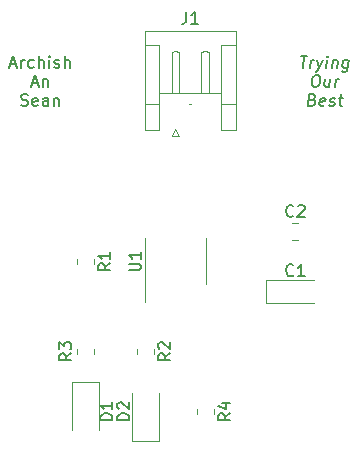
<source format=gbr>
%TF.GenerationSoftware,KiCad,Pcbnew,(6.0.2)*%
%TF.CreationDate,2023-04-14T14:35:17-07:00*%
%TF.ProjectId,555-timer,3535352d-7469-46d6-9572-2e6b69636164,rev?*%
%TF.SameCoordinates,Original*%
%TF.FileFunction,Legend,Top*%
%TF.FilePolarity,Positive*%
%FSLAX46Y46*%
G04 Gerber Fmt 4.6, Leading zero omitted, Abs format (unit mm)*
G04 Created by KiCad (PCBNEW (6.0.2)) date 2023-04-14 14:35:17*
%MOMM*%
%LPD*%
G01*
G04 APERTURE LIST*
%ADD10C,0.150000*%
%ADD11C,0.120000*%
G04 APERTURE END LIST*
D10*
X86811279Y-76582380D02*
X87382708Y-76582380D01*
X86971994Y-77582380D02*
X87096994Y-76582380D01*
X87591041Y-77582380D02*
X87674375Y-76915714D01*
X87650565Y-77106190D02*
X87710089Y-77010952D01*
X87763660Y-76963333D01*
X87864851Y-76915714D01*
X87960089Y-76915714D01*
X88198184Y-76915714D02*
X88352946Y-77582380D01*
X88674375Y-76915714D02*
X88352946Y-77582380D01*
X88227946Y-77820476D01*
X88174375Y-77868095D01*
X88073184Y-77915714D01*
X88971994Y-77582380D02*
X89055327Y-76915714D01*
X89096994Y-76582380D02*
X89043422Y-76630000D01*
X89085089Y-76677619D01*
X89138660Y-76630000D01*
X89096994Y-76582380D01*
X89085089Y-76677619D01*
X89531517Y-76915714D02*
X89448184Y-77582380D01*
X89519613Y-77010952D02*
X89573184Y-76963333D01*
X89674375Y-76915714D01*
X89817232Y-76915714D01*
X89906517Y-76963333D01*
X89942232Y-77058571D01*
X89876755Y-77582380D01*
X90864851Y-76915714D02*
X90763660Y-77725238D01*
X90704136Y-77820476D01*
X90650565Y-77868095D01*
X90549375Y-77915714D01*
X90406517Y-77915714D01*
X90317232Y-77868095D01*
X90787470Y-77534761D02*
X90686279Y-77582380D01*
X90495803Y-77582380D01*
X90406517Y-77534761D01*
X90364851Y-77487142D01*
X90329136Y-77391904D01*
X90364851Y-77106190D01*
X90424375Y-77010952D01*
X90477946Y-76963333D01*
X90579136Y-76915714D01*
X90769613Y-76915714D01*
X90858898Y-76963333D01*
X88073184Y-78192380D02*
X88263660Y-78192380D01*
X88352946Y-78240000D01*
X88436279Y-78335238D01*
X88460089Y-78525714D01*
X88418422Y-78859047D01*
X88346994Y-79049523D01*
X88239851Y-79144761D01*
X88138660Y-79192380D01*
X87948184Y-79192380D01*
X87858898Y-79144761D01*
X87775565Y-79049523D01*
X87751755Y-78859047D01*
X87793422Y-78525714D01*
X87864851Y-78335238D01*
X87971994Y-78240000D01*
X88073184Y-78192380D01*
X89317232Y-78525714D02*
X89233898Y-79192380D01*
X88888660Y-78525714D02*
X88823184Y-79049523D01*
X88858898Y-79144761D01*
X88948184Y-79192380D01*
X89091041Y-79192380D01*
X89192232Y-79144761D01*
X89245803Y-79097142D01*
X89710089Y-79192380D02*
X89793422Y-78525714D01*
X89769613Y-78716190D02*
X89829136Y-78620952D01*
X89882708Y-78573333D01*
X89983898Y-78525714D01*
X90079136Y-78525714D01*
X87823184Y-80278571D02*
X87960089Y-80326190D01*
X88001755Y-80373809D01*
X88037470Y-80469047D01*
X88019613Y-80611904D01*
X87960089Y-80707142D01*
X87906517Y-80754761D01*
X87805327Y-80802380D01*
X87424375Y-80802380D01*
X87549375Y-79802380D01*
X87882708Y-79802380D01*
X87971994Y-79850000D01*
X88013660Y-79897619D01*
X88049375Y-79992857D01*
X88037470Y-80088095D01*
X87977946Y-80183333D01*
X87924375Y-80230952D01*
X87823184Y-80278571D01*
X87489851Y-80278571D01*
X88811279Y-80754761D02*
X88710089Y-80802380D01*
X88519613Y-80802380D01*
X88430327Y-80754761D01*
X88394613Y-80659523D01*
X88442232Y-80278571D01*
X88501755Y-80183333D01*
X88602946Y-80135714D01*
X88793422Y-80135714D01*
X88882708Y-80183333D01*
X88918422Y-80278571D01*
X88906517Y-80373809D01*
X88418422Y-80469047D01*
X89239851Y-80754761D02*
X89329136Y-80802380D01*
X89519613Y-80802380D01*
X89620803Y-80754761D01*
X89680327Y-80659523D01*
X89686279Y-80611904D01*
X89650565Y-80516666D01*
X89561279Y-80469047D01*
X89418422Y-80469047D01*
X89329136Y-80421428D01*
X89293422Y-80326190D01*
X89299375Y-80278571D01*
X89358898Y-80183333D01*
X89460089Y-80135714D01*
X89602946Y-80135714D01*
X89692232Y-80183333D01*
X90031517Y-80135714D02*
X90412470Y-80135714D01*
X90216041Y-79802380D02*
X90108898Y-80659523D01*
X90144613Y-80754761D01*
X90233898Y-80802380D01*
X90329136Y-80802380D01*
X62246190Y-77296666D02*
X62722380Y-77296666D01*
X62150952Y-77582380D02*
X62484285Y-76582380D01*
X62817619Y-77582380D01*
X63150952Y-77582380D02*
X63150952Y-76915714D01*
X63150952Y-77106190D02*
X63198571Y-77010952D01*
X63246190Y-76963333D01*
X63341428Y-76915714D01*
X63436666Y-76915714D01*
X64198571Y-77534761D02*
X64103333Y-77582380D01*
X63912857Y-77582380D01*
X63817619Y-77534761D01*
X63770000Y-77487142D01*
X63722380Y-77391904D01*
X63722380Y-77106190D01*
X63770000Y-77010952D01*
X63817619Y-76963333D01*
X63912857Y-76915714D01*
X64103333Y-76915714D01*
X64198571Y-76963333D01*
X64627142Y-77582380D02*
X64627142Y-76582380D01*
X65055714Y-77582380D02*
X65055714Y-77058571D01*
X65008095Y-76963333D01*
X64912857Y-76915714D01*
X64770000Y-76915714D01*
X64674761Y-76963333D01*
X64627142Y-77010952D01*
X65531904Y-77582380D02*
X65531904Y-76915714D01*
X65531904Y-76582380D02*
X65484285Y-76630000D01*
X65531904Y-76677619D01*
X65579523Y-76630000D01*
X65531904Y-76582380D01*
X65531904Y-76677619D01*
X65960476Y-77534761D02*
X66055714Y-77582380D01*
X66246190Y-77582380D01*
X66341428Y-77534761D01*
X66389047Y-77439523D01*
X66389047Y-77391904D01*
X66341428Y-77296666D01*
X66246190Y-77249047D01*
X66103333Y-77249047D01*
X66008095Y-77201428D01*
X65960476Y-77106190D01*
X65960476Y-77058571D01*
X66008095Y-76963333D01*
X66103333Y-76915714D01*
X66246190Y-76915714D01*
X66341428Y-76963333D01*
X66817619Y-77582380D02*
X66817619Y-76582380D01*
X67246190Y-77582380D02*
X67246190Y-77058571D01*
X67198571Y-76963333D01*
X67103333Y-76915714D01*
X66960476Y-76915714D01*
X66865238Y-76963333D01*
X66817619Y-77010952D01*
X64079523Y-78906666D02*
X64555714Y-78906666D01*
X63984285Y-79192380D02*
X64317619Y-78192380D01*
X64650952Y-79192380D01*
X64984285Y-78525714D02*
X64984285Y-79192380D01*
X64984285Y-78620952D02*
X65031904Y-78573333D01*
X65127142Y-78525714D01*
X65270000Y-78525714D01*
X65365238Y-78573333D01*
X65412857Y-78668571D01*
X65412857Y-79192380D01*
X63150952Y-80754761D02*
X63293809Y-80802380D01*
X63531904Y-80802380D01*
X63627142Y-80754761D01*
X63674761Y-80707142D01*
X63722380Y-80611904D01*
X63722380Y-80516666D01*
X63674761Y-80421428D01*
X63627142Y-80373809D01*
X63531904Y-80326190D01*
X63341428Y-80278571D01*
X63246190Y-80230952D01*
X63198571Y-80183333D01*
X63150952Y-80088095D01*
X63150952Y-79992857D01*
X63198571Y-79897619D01*
X63246190Y-79850000D01*
X63341428Y-79802380D01*
X63579523Y-79802380D01*
X63722380Y-79850000D01*
X64531904Y-80754761D02*
X64436666Y-80802380D01*
X64246190Y-80802380D01*
X64150952Y-80754761D01*
X64103333Y-80659523D01*
X64103333Y-80278571D01*
X64150952Y-80183333D01*
X64246190Y-80135714D01*
X64436666Y-80135714D01*
X64531904Y-80183333D01*
X64579523Y-80278571D01*
X64579523Y-80373809D01*
X64103333Y-80469047D01*
X65436666Y-80802380D02*
X65436666Y-80278571D01*
X65389047Y-80183333D01*
X65293809Y-80135714D01*
X65103333Y-80135714D01*
X65008095Y-80183333D01*
X65436666Y-80754761D02*
X65341428Y-80802380D01*
X65103333Y-80802380D01*
X65008095Y-80754761D01*
X64960476Y-80659523D01*
X64960476Y-80564285D01*
X65008095Y-80469047D01*
X65103333Y-80421428D01*
X65341428Y-80421428D01*
X65436666Y-80373809D01*
X65912857Y-80135714D02*
X65912857Y-80802380D01*
X65912857Y-80230952D02*
X65960476Y-80183333D01*
X66055714Y-80135714D01*
X66198571Y-80135714D01*
X66293809Y-80183333D01*
X66341428Y-80278571D01*
X66341428Y-80802380D01*
%TO.C,U1*%
X72252380Y-94741904D02*
X73061904Y-94741904D01*
X73157142Y-94694285D01*
X73204761Y-94646666D01*
X73252380Y-94551428D01*
X73252380Y-94360952D01*
X73204761Y-94265714D01*
X73157142Y-94218095D01*
X73061904Y-94170476D01*
X72252380Y-94170476D01*
X73252380Y-93170476D02*
X73252380Y-93741904D01*
X73252380Y-93456190D02*
X72252380Y-93456190D01*
X72395238Y-93551428D01*
X72490476Y-93646666D01*
X72538095Y-93741904D01*
%TO.C,R4*%
X80842380Y-106846666D02*
X80366190Y-107180000D01*
X80842380Y-107418095D02*
X79842380Y-107418095D01*
X79842380Y-107037142D01*
X79890000Y-106941904D01*
X79937619Y-106894285D01*
X80032857Y-106846666D01*
X80175714Y-106846666D01*
X80270952Y-106894285D01*
X80318571Y-106941904D01*
X80366190Y-107037142D01*
X80366190Y-107418095D01*
X80175714Y-105989523D02*
X80842380Y-105989523D01*
X79794761Y-106227619D02*
X80509047Y-106465714D01*
X80509047Y-105846666D01*
%TO.C,R3*%
X67382380Y-101766666D02*
X66906190Y-102100000D01*
X67382380Y-102338095D02*
X66382380Y-102338095D01*
X66382380Y-101957142D01*
X66430000Y-101861904D01*
X66477619Y-101814285D01*
X66572857Y-101766666D01*
X66715714Y-101766666D01*
X66810952Y-101814285D01*
X66858571Y-101861904D01*
X66906190Y-101957142D01*
X66906190Y-102338095D01*
X66382380Y-101433333D02*
X66382380Y-100814285D01*
X66763333Y-101147619D01*
X66763333Y-101004761D01*
X66810952Y-100909523D01*
X66858571Y-100861904D01*
X66953809Y-100814285D01*
X67191904Y-100814285D01*
X67287142Y-100861904D01*
X67334761Y-100909523D01*
X67382380Y-101004761D01*
X67382380Y-101290476D01*
X67334761Y-101385714D01*
X67287142Y-101433333D01*
%TO.C,R2*%
X75762380Y-101766666D02*
X75286190Y-102100000D01*
X75762380Y-102338095D02*
X74762380Y-102338095D01*
X74762380Y-101957142D01*
X74810000Y-101861904D01*
X74857619Y-101814285D01*
X74952857Y-101766666D01*
X75095714Y-101766666D01*
X75190952Y-101814285D01*
X75238571Y-101861904D01*
X75286190Y-101957142D01*
X75286190Y-102338095D01*
X74857619Y-101385714D02*
X74810000Y-101338095D01*
X74762380Y-101242857D01*
X74762380Y-101004761D01*
X74810000Y-100909523D01*
X74857619Y-100861904D01*
X74952857Y-100814285D01*
X75048095Y-100814285D01*
X75190952Y-100861904D01*
X75762380Y-101433333D01*
X75762380Y-100814285D01*
%TO.C,R1*%
X70682380Y-94146666D02*
X70206190Y-94480000D01*
X70682380Y-94718095D02*
X69682380Y-94718095D01*
X69682380Y-94337142D01*
X69730000Y-94241904D01*
X69777619Y-94194285D01*
X69872857Y-94146666D01*
X70015714Y-94146666D01*
X70110952Y-94194285D01*
X70158571Y-94241904D01*
X70206190Y-94337142D01*
X70206190Y-94718095D01*
X70682380Y-93194285D02*
X70682380Y-93765714D01*
X70682380Y-93480000D02*
X69682380Y-93480000D01*
X69825238Y-93575238D01*
X69920476Y-93670476D01*
X69968095Y-93765714D01*
%TO.C,J1*%
X77116666Y-72832380D02*
X77116666Y-73546666D01*
X77069047Y-73689523D01*
X76973809Y-73784761D01*
X76830952Y-73832380D01*
X76735714Y-73832380D01*
X78116666Y-73832380D02*
X77545238Y-73832380D01*
X77830952Y-73832380D02*
X77830952Y-72832380D01*
X77735714Y-72975238D01*
X77640476Y-73070476D01*
X77545238Y-73118095D01*
%TO.C,D2*%
X72292380Y-107418095D02*
X71292380Y-107418095D01*
X71292380Y-107180000D01*
X71340000Y-107037142D01*
X71435238Y-106941904D01*
X71530476Y-106894285D01*
X71720952Y-106846666D01*
X71863809Y-106846666D01*
X72054285Y-106894285D01*
X72149523Y-106941904D01*
X72244761Y-107037142D01*
X72292380Y-107180000D01*
X72292380Y-107418095D01*
X71387619Y-106465714D02*
X71340000Y-106418095D01*
X71292380Y-106322857D01*
X71292380Y-106084761D01*
X71340000Y-105989523D01*
X71387619Y-105941904D01*
X71482857Y-105894285D01*
X71578095Y-105894285D01*
X71720952Y-105941904D01*
X72292380Y-106513333D01*
X72292380Y-105894285D01*
%TO.C,D1*%
X70852380Y-107418095D02*
X69852380Y-107418095D01*
X69852380Y-107180000D01*
X69900000Y-107037142D01*
X69995238Y-106941904D01*
X70090476Y-106894285D01*
X70280952Y-106846666D01*
X70423809Y-106846666D01*
X70614285Y-106894285D01*
X70709523Y-106941904D01*
X70804761Y-107037142D01*
X70852380Y-107180000D01*
X70852380Y-107418095D01*
X70852380Y-105894285D02*
X70852380Y-106465714D01*
X70852380Y-106180000D02*
X69852380Y-106180000D01*
X69995238Y-106275238D01*
X70090476Y-106370476D01*
X70138095Y-106465714D01*
%TO.C,C2*%
X86193333Y-90117142D02*
X86145714Y-90164761D01*
X86002857Y-90212380D01*
X85907619Y-90212380D01*
X85764761Y-90164761D01*
X85669523Y-90069523D01*
X85621904Y-89974285D01*
X85574285Y-89783809D01*
X85574285Y-89640952D01*
X85621904Y-89450476D01*
X85669523Y-89355238D01*
X85764761Y-89260000D01*
X85907619Y-89212380D01*
X86002857Y-89212380D01*
X86145714Y-89260000D01*
X86193333Y-89307619D01*
X86574285Y-89307619D02*
X86621904Y-89260000D01*
X86717142Y-89212380D01*
X86955238Y-89212380D01*
X87050476Y-89260000D01*
X87098095Y-89307619D01*
X87145714Y-89402857D01*
X87145714Y-89498095D01*
X87098095Y-89640952D01*
X86526666Y-90212380D01*
X87145714Y-90212380D01*
%TO.C,C1*%
X86193333Y-95127142D02*
X86145714Y-95174761D01*
X86002857Y-95222380D01*
X85907619Y-95222380D01*
X85764761Y-95174761D01*
X85669523Y-95079523D01*
X85621904Y-94984285D01*
X85574285Y-94793809D01*
X85574285Y-94650952D01*
X85621904Y-94460476D01*
X85669523Y-94365238D01*
X85764761Y-94270000D01*
X85907619Y-94222380D01*
X86002857Y-94222380D01*
X86145714Y-94270000D01*
X86193333Y-94317619D01*
X87145714Y-95222380D02*
X86574285Y-95222380D01*
X86860000Y-95222380D02*
X86860000Y-94222380D01*
X86764761Y-94365238D01*
X86669523Y-94460476D01*
X86574285Y-94508095D01*
D11*
%TO.C,U1*%
X78760000Y-93980000D02*
X78760000Y-92030000D01*
X78760000Y-93980000D02*
X78760000Y-95930000D01*
X73640000Y-93980000D02*
X73640000Y-97430000D01*
X73640000Y-93980000D02*
X73640000Y-92030000D01*
%TO.C,R4*%
X78005000Y-106452936D02*
X78005000Y-106907064D01*
X79475000Y-106452936D02*
X79475000Y-106907064D01*
%TO.C,R3*%
X67845000Y-101827064D02*
X67845000Y-101372936D01*
X69315000Y-101827064D02*
X69315000Y-101372936D01*
%TO.C,R2*%
X74395000Y-101372936D02*
X74395000Y-101827064D01*
X72925000Y-101372936D02*
X72925000Y-101827064D01*
%TO.C,R1*%
X69315000Y-93752936D02*
X69315000Y-94207064D01*
X67845000Y-93752936D02*
X67845000Y-94207064D01*
%TO.C,J1*%
X79020000Y-76270000D02*
X79020000Y-79690000D01*
X80090000Y-75690000D02*
X80090000Y-80690000D01*
X74810000Y-79690000D02*
X80090000Y-79690000D01*
X80090000Y-82890000D02*
X80090000Y-80690000D01*
X78700000Y-76190000D02*
X79020000Y-76270000D01*
X79020000Y-79690000D02*
X78700000Y-79690000D01*
X77370000Y-80690000D02*
X77530000Y-80690000D01*
X76200000Y-82780000D02*
X75900000Y-83380000D01*
X81310000Y-74470000D02*
X81310000Y-82890000D01*
X74810000Y-75690000D02*
X74810000Y-80690000D01*
X73590000Y-75690000D02*
X74810000Y-75690000D01*
X76200000Y-79690000D02*
X75880000Y-79690000D01*
X75900000Y-83380000D02*
X76500000Y-83380000D01*
X75880000Y-79690000D02*
X75880000Y-76270000D01*
X76500000Y-83380000D02*
X76200000Y-82780000D01*
X76200000Y-76190000D02*
X76520000Y-76270000D01*
X74810000Y-82890000D02*
X73590000Y-82890000D01*
X78700000Y-79690000D02*
X78380000Y-79690000D01*
X81310000Y-82890000D02*
X80090000Y-82890000D01*
X73590000Y-74470000D02*
X81310000Y-74470000D01*
X78380000Y-76270000D02*
X78700000Y-76190000D01*
X75880000Y-76270000D02*
X76200000Y-76190000D01*
X73590000Y-82890000D02*
X73590000Y-74470000D01*
X76520000Y-79690000D02*
X76200000Y-79690000D01*
X80090000Y-80690000D02*
X81310000Y-80690000D01*
X74810000Y-80690000D02*
X73590000Y-80690000D01*
X76520000Y-76270000D02*
X76520000Y-79690000D01*
X81310000Y-75690000D02*
X80090000Y-75690000D01*
X74810000Y-80690000D02*
X74810000Y-82890000D01*
X78380000Y-79690000D02*
X78380000Y-76270000D01*
%TO.C,D2*%
X72525000Y-105080000D02*
X72525000Y-109140000D01*
X72525000Y-109140000D02*
X74795000Y-109140000D01*
X74795000Y-109140000D02*
X74795000Y-105080000D01*
%TO.C,D1*%
X69715000Y-108280000D02*
X69715000Y-104220000D01*
X69715000Y-104220000D02*
X67445000Y-104220000D01*
X67445000Y-104220000D02*
X67445000Y-108280000D01*
%TO.C,C2*%
X86098748Y-90705000D02*
X86621252Y-90705000D01*
X86098748Y-92175000D02*
X86621252Y-92175000D01*
%TO.C,C1*%
X83875000Y-95585000D02*
X83875000Y-97455000D01*
X87960000Y-95585000D02*
X83875000Y-95585000D01*
X83875000Y-97455000D02*
X87960000Y-97455000D01*
%TD*%
M02*

</source>
